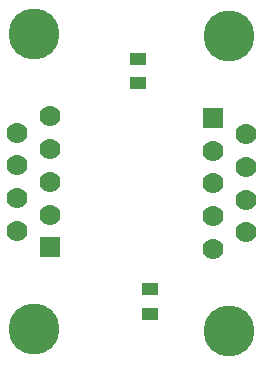
<source format=gts>
G04*
G04 #@! TF.GenerationSoftware,Altium Limited,Altium Designer,23.3.1 (30)*
G04*
G04 Layer_Color=8388736*
%FSLAX44Y44*%
%MOMM*%
G71*
G04*
G04 #@! TF.SameCoordinates,76A79344-5F6B-422E-BE8F-9E7FAC5EEE27*
G04*
G04*
G04 #@! TF.FilePolarity,Negative*
G04*
G01*
G75*
%ADD14R,1.4032X1.1032*%
%ADD15C,1.7782*%
%ADD16R,1.7782X1.7782*%
%ADD17C,4.3192*%
D14*
X245000Y263000D02*
D03*
Y242000D02*
D03*
X255000Y47000D02*
D03*
Y68000D02*
D03*
D15*
X170900Y214050D02*
D03*
X142500Y200200D02*
D03*
X170900Y186350D02*
D03*
X142500Y172500D02*
D03*
X170900Y158650D02*
D03*
X142500Y144800D02*
D03*
X170900Y130950D02*
D03*
X142500Y117100D02*
D03*
X308300Y102050D02*
D03*
X336700Y115900D02*
D03*
X308300Y129750D02*
D03*
X336700Y143600D02*
D03*
X308300Y157450D02*
D03*
X336700Y171300D02*
D03*
X308300Y185150D02*
D03*
X336700Y199000D02*
D03*
D16*
X170900Y103250D02*
D03*
X308300Y212850D02*
D03*
D17*
X156700Y283600D02*
D03*
Y33700D02*
D03*
X322500Y32500D02*
D03*
Y282400D02*
D03*
M02*

</source>
